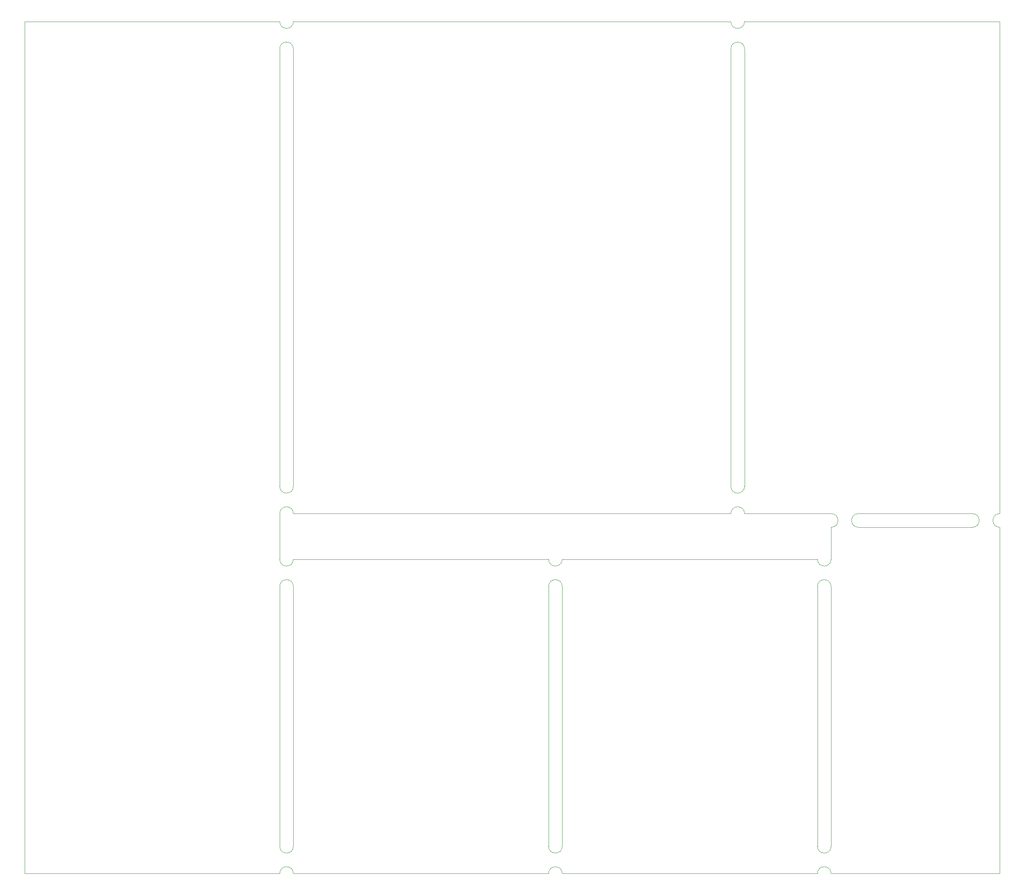
<source format=gm1>
G04 #@! TF.GenerationSoftware,KiCad,Pcbnew,8.0.2*
G04 #@! TF.CreationDate,2024-05-07T14:07:03-06:00*
G04 #@! TF.ProjectId,Perfboard_Panel,50657266-626f-4617-9264-5f50616e656c,rev?*
G04 #@! TF.SameCoordinates,Original*
G04 #@! TF.FileFunction,Profile,NP*
%FSLAX46Y46*%
G04 Gerber Fmt 4.6, Leading zero omitted, Abs format (unit mm)*
G04 Created by KiCad (PCBNEW 8.0.2) date 2024-05-07 14:07:03*
%MOMM*%
%LPD*%
G01*
G04 APERTURE LIST*
G04 #@! TA.AperFunction,Profile*
%ADD10C,0.050000*%
G04 #@! TD*
G04 APERTURE END LIST*
D10*
X214000000Y-155000000D02*
X239000000Y-155000000D01*
X90000000Y-228000000D02*
G75*
G02*
X87000000Y-228000000I-1500000J0D01*
G01*
X90000000Y-165000000D02*
G75*
G02*
X87000000Y-165000000I-1500000J0D01*
G01*
X205000000Y-234000000D02*
G75*
G02*
X208000000Y-234000000I1500000J0D01*
G01*
X245000000Y-47000000D02*
X189000000Y-47000000D01*
X87000000Y-155000000D02*
X87000000Y-165000000D01*
X149000000Y-171000000D02*
X149000000Y-228000000D01*
X189000000Y-155000000D02*
X208000000Y-155000000D01*
X208000000Y-228000000D02*
X208000000Y-171000000D01*
X87000000Y-47000000D02*
X31000000Y-47000000D01*
X186000000Y-155000000D02*
G75*
G02*
X189000000Y-155000000I1500000J0D01*
G01*
X208000000Y-155000000D02*
G75*
G02*
X208000000Y-158000000I0J-1500000D01*
G01*
X31000000Y-234000000D02*
X87000000Y-234000000D01*
X208000000Y-158000000D02*
X208000000Y-165000000D01*
X90000000Y-47000000D02*
G75*
G02*
X87000000Y-47000000I-1500000J0D01*
G01*
X90000000Y-149000000D02*
X90000000Y-53000000D01*
X239000000Y-158000000D02*
X214000000Y-158000000D01*
X245000000Y-47000000D02*
X245000000Y-155000000D01*
X146000000Y-228000000D02*
X146000000Y-171000000D01*
X146000000Y-234000000D02*
G75*
G02*
X149000000Y-234000000I1500000J0D01*
G01*
X87000000Y-53000000D02*
X87000000Y-149000000D01*
X90000000Y-234000000D02*
X146000000Y-234000000D01*
X205000000Y-171000000D02*
X205000000Y-228000000D01*
X208000000Y-165000000D02*
G75*
G02*
X205000000Y-165000000I-1500000J0D01*
G01*
X87000000Y-155000000D02*
G75*
G02*
X90000000Y-155000000I1500000J0D01*
G01*
X205000000Y-171000000D02*
G75*
G02*
X208000000Y-171000000I1500000J0D01*
G01*
X189000000Y-149000000D02*
G75*
G02*
X186000000Y-149000000I-1500000J0D01*
G01*
X90000000Y-149000000D02*
G75*
G02*
X87000000Y-149000000I-1500000J0D01*
G01*
X186000000Y-47000000D02*
X90000000Y-47000000D01*
X189000000Y-47000000D02*
G75*
G02*
X186000000Y-47000000I-1500000J0D01*
G01*
X87000000Y-228000000D02*
X87000000Y-171000000D01*
X208000000Y-234000000D02*
X245000000Y-234000000D01*
X208000000Y-228000000D02*
G75*
G02*
X205000000Y-228000000I-1500000J0D01*
G01*
X87000000Y-234000000D02*
G75*
G02*
X90000000Y-234000000I1500000J0D01*
G01*
X245000000Y-158000000D02*
G75*
G02*
X245000000Y-155000000I0J1500000D01*
G01*
X186000000Y-149000000D02*
X186000000Y-53000000D01*
X87000000Y-171000000D02*
G75*
G02*
X90000000Y-171000000I1500000J0D01*
G01*
X186000000Y-53000000D02*
G75*
G02*
X189000000Y-53000000I1500000J0D01*
G01*
X205000000Y-234000000D02*
X149000000Y-234000000D01*
X214000000Y-158000000D02*
G75*
G02*
X214000000Y-155000000I0J1500000D01*
G01*
X146000000Y-171000000D02*
G75*
G02*
X149000000Y-171000000I1500000J0D01*
G01*
X239000000Y-155000000D02*
G75*
G02*
X239000000Y-158000000I0J-1500000D01*
G01*
X87000000Y-53000000D02*
G75*
G02*
X90000000Y-53000000I1500000J0D01*
G01*
X149000000Y-228000000D02*
G75*
G02*
X146000000Y-228000000I-1500000J0D01*
G01*
X189000000Y-53000000D02*
X189000000Y-149000000D01*
X149000000Y-165000000D02*
X205000000Y-165000000D01*
X31000000Y-47000000D02*
X31000000Y-234000000D01*
X90000000Y-155000000D02*
X186000000Y-155000000D01*
X149000000Y-165000000D02*
G75*
G02*
X146000000Y-165000000I-1500000J0D01*
G01*
X90000000Y-171000000D02*
X90000000Y-228000000D01*
X146000000Y-165000000D02*
X90000000Y-165000000D01*
X245000000Y-234000000D02*
X245000000Y-158000000D01*
M02*

</source>
